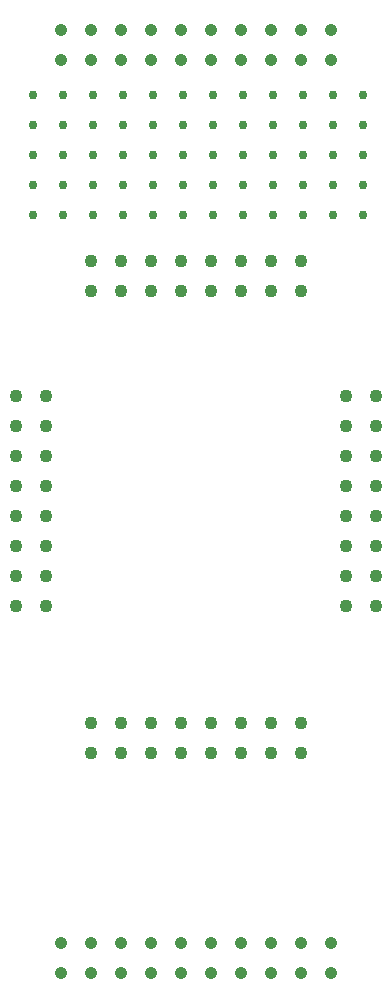
<source format=gbr>
%TF.GenerationSoftware,Altium Limited,Altium Designer,23.4.1 (23)*%
G04 Layer_Color=0*
%FSLAX45Y45*%
%MOMM*%
%TF.SameCoordinates,2443AD3D-16DC-45C5-9BCC-0FA72C26467A*%
%TF.FilePolarity,Positive*%
%TF.FileFunction,Plated,1,2,PTH,Drill*%
%TF.Part,Single*%
G01*
G75*
%TA.AperFunction,ComponentDrill*%
%ADD45C,1.10000*%
%TA.AperFunction,OtherDrill,Pad Free-17 (25.559mm,69.215mm)*%
%ADD46C,0.76200*%
%TA.AperFunction,OtherDrill,Pad Free-17 (23.019mm,69.215mm)*%
%ADD47C,0.76200*%
%TA.AperFunction,OtherDrill,Pad Free-17 (28.099mm,69.215mm)*%
%ADD48C,0.76200*%
%TA.AperFunction,OtherDrill,Pad Free-17 (30.639mm,69.215mm)*%
%ADD49C,0.76200*%
%TA.AperFunction,OtherDrill,Pad Free-17 (15.399mm,69.215mm)*%
%ADD50C,0.76200*%
%TA.AperFunction,OtherDrill,Pad Free-17 (17.939mm,69.215mm)*%
%ADD51C,0.76200*%
%TA.AperFunction,OtherDrill,Pad Free-17 (20.479mm,69.215mm)*%
%ADD52C,0.76200*%
%TA.AperFunction,OtherDrill,Pad Free-17 (12.859mm,69.215mm)*%
%ADD53C,0.76200*%
%TA.AperFunction,OtherDrill,Pad Free-17 (7.779mm,69.215mm)*%
%ADD54C,0.76200*%
%TA.AperFunction,OtherDrill,Pad Free-17 (5.239mm,69.215mm)*%
%ADD55C,0.76200*%
%TA.AperFunction,OtherDrill,Pad Free-17 (10.319mm,69.215mm)*%
%ADD56C,0.76200*%
%TA.AperFunction,OtherDrill,Pad Free-17 (2.699mm,69.215mm)*%
%ADD57C,0.76200*%
%TA.AperFunction,OtherDrill,Pad Free-17 (25.559mm,71.755mm)*%
%ADD58C,0.76200*%
%TA.AperFunction,OtherDrill,Pad Free-17 (23.019mm,71.755mm)*%
%ADD59C,0.76200*%
%TA.AperFunction,OtherDrill,Pad Free-17 (28.099mm,71.755mm)*%
%ADD60C,0.76200*%
%TA.AperFunction,OtherDrill,Pad Free-17 (30.639mm,71.755mm)*%
%ADD61C,0.76200*%
%TA.AperFunction,OtherDrill,Pad Free-17 (15.399mm,71.755mm)*%
%ADD62C,0.76200*%
%TA.AperFunction,OtherDrill,Pad Free-17 (17.939mm,71.755mm)*%
%ADD63C,0.76200*%
%TA.AperFunction,OtherDrill,Pad Free-17 (20.479mm,71.755mm)*%
%ADD64C,0.76200*%
%TA.AperFunction,OtherDrill,Pad Free-17 (12.859mm,71.755mm)*%
%ADD65C,0.76200*%
%TA.AperFunction,OtherDrill,Pad Free-17 (7.779mm,71.755mm)*%
%ADD66C,0.76200*%
%TA.AperFunction,OtherDrill,Pad Free-17 (5.239mm,71.755mm)*%
%ADD67C,0.76200*%
%TA.AperFunction,OtherDrill,Pad Free-17 (10.319mm,71.755mm)*%
%ADD68C,0.76200*%
%TA.AperFunction,OtherDrill,Pad Free-17 (2.699mm,71.755mm)*%
%ADD69C,0.76200*%
%TA.AperFunction,ComponentDrill*%
%ADD70C,1.10000*%
%TA.AperFunction,OtherDrill,Pad Free-17 (2.699mm,74.295mm)*%
%ADD71C,0.76200*%
%TA.AperFunction,OtherDrill,Pad Free-17 (10.319mm,74.295mm)*%
%ADD72C,0.76200*%
%TA.AperFunction,OtherDrill,Pad Free-17 (5.239mm,74.295mm)*%
%ADD73C,0.76200*%
%TA.AperFunction,OtherDrill,Pad Free-17 (7.779mm,74.295mm)*%
%ADD74C,0.76200*%
%TA.AperFunction,OtherDrill,Pad Free-17 (12.859mm,74.295mm)*%
%ADD75C,0.76200*%
%TA.AperFunction,OtherDrill,Pad Free-17 (20.479mm,74.295mm)*%
%ADD76C,0.76200*%
%TA.AperFunction,OtherDrill,Pad Free-17 (17.939mm,74.295mm)*%
%ADD77C,0.76200*%
%TA.AperFunction,OtherDrill,Pad Free-17 (15.399mm,74.295mm)*%
%ADD78C,0.76200*%
%TA.AperFunction,OtherDrill,Pad Free-17 (30.639mm,74.295mm)*%
%ADD79C,0.76200*%
%TA.AperFunction,OtherDrill,Pad Free-17 (28.099mm,74.295mm)*%
%ADD80C,0.76200*%
%TA.AperFunction,OtherDrill,Pad Free-17 (23.019mm,74.295mm)*%
%ADD81C,0.76200*%
%TA.AperFunction,OtherDrill,Pad Free-17 (25.559mm,74.295mm)*%
%ADD82C,0.76200*%
%TA.AperFunction,OtherDrill,Pad Free-17 (23.019mm,79.375mm)*%
%ADD83C,0.76200*%
%TA.AperFunction,OtherDrill,Pad Free-17 (23.019mm,76.835mm)*%
%ADD84C,0.76200*%
%TA.AperFunction,OtherDrill,Pad Free-17 (25.559mm,76.835mm)*%
%ADD85C,0.76200*%
%TA.AperFunction,OtherDrill,Pad Free-17 (25.559mm,79.375mm)*%
%ADD86C,0.76200*%
%TA.AperFunction,OtherDrill,Pad Free-17 (30.639mm,79.375mm)*%
%ADD87C,0.76200*%
%TA.AperFunction,OtherDrill,Pad Free-17 (30.639mm,76.835mm)*%
%ADD88C,0.76200*%
%TA.AperFunction,OtherDrill,Pad Free-17 (28.099mm,76.835mm)*%
%ADD89C,0.76200*%
%TA.AperFunction,OtherDrill,Pad Free-17 (28.099mm,79.375mm)*%
%ADD90C,0.76200*%
%TA.AperFunction,OtherDrill,Pad Free-17 (12.859mm,79.375mm)*%
%ADD91C,0.76200*%
%TA.AperFunction,OtherDrill,Pad Free-17 (12.859mm,76.835mm)*%
%ADD92C,0.76200*%
%TA.AperFunction,OtherDrill,Pad Free-17 (15.399mm,76.835mm)*%
%ADD93C,0.76200*%
%TA.AperFunction,OtherDrill,Pad Free-17 (15.399mm,79.375mm)*%
%ADD94C,0.76200*%
%TA.AperFunction,OtherDrill,Pad Free-17 (20.479mm,79.375mm)*%
%ADD95C,0.76200*%
%TA.AperFunction,OtherDrill,Pad Free-17 (20.479mm,76.835mm)*%
%ADD96C,0.76200*%
%TA.AperFunction,OtherDrill,Pad Free-17 (17.939mm,76.835mm)*%
%ADD97C,0.76200*%
%TA.AperFunction,OtherDrill,Pad Free-17 (17.939mm,79.375mm)*%
%ADD98C,0.76200*%
%TA.AperFunction,OtherDrill,Pad Free-17 (7.779mm,79.375mm)*%
%ADD99C,0.76200*%
%TA.AperFunction,OtherDrill,Pad Free-17 (7.779mm,76.835mm)*%
%ADD100C,0.76200*%
%TA.AperFunction,OtherDrill,Pad Free-17 (10.319mm,76.835mm)*%
%ADD101C,0.76200*%
%TA.AperFunction,OtherDrill,Pad Free-17 (10.319mm,79.375mm)*%
%ADD102C,0.76200*%
%TA.AperFunction,OtherDrill,Pad Free-17 (5.239mm,79.375mm)*%
%ADD103C,0.76200*%
%TA.AperFunction,OtherDrill,Pad Free-17 (5.239mm,76.835mm)*%
%ADD104C,0.76200*%
%TA.AperFunction,OtherDrill,Pad Free-17 (2.699mm,76.835mm)*%
%ADD105C,0.76200*%
%TA.AperFunction,OtherDrill,Pad Free-17 (2.699mm,79.375mm)*%
%ADD106C,0.76200*%
%TA.AperFunction,ComponentDrill*%
%ADD107C,1.04000*%
D45*
X761000Y2368000D02*
D03*
Y2622000D02*
D03*
X1015000Y2368000D02*
D03*
Y2622000D02*
D03*
X1269000Y2368000D02*
D03*
Y2622000D02*
D03*
X1523000Y2368000D02*
D03*
Y2622000D02*
D03*
X1777000Y2368000D02*
D03*
Y2622000D02*
D03*
X2031000Y2368000D02*
D03*
Y2622000D02*
D03*
X2285000Y2368000D02*
D03*
Y2622000D02*
D03*
X2539000Y2368000D02*
D03*
Y2622000D02*
D03*
Y6532000D02*
D03*
Y6278000D02*
D03*
X2285000Y6532000D02*
D03*
Y6278000D02*
D03*
X2031000Y6532000D02*
D03*
Y6278000D02*
D03*
X1777000Y6532000D02*
D03*
Y6278000D02*
D03*
X1523000Y6532000D02*
D03*
Y6278000D02*
D03*
X1269000Y6532000D02*
D03*
Y6278000D02*
D03*
X1015000Y6532000D02*
D03*
Y6278000D02*
D03*
X761000Y6532000D02*
D03*
Y6278000D02*
D03*
D46*
X2555875Y6921500D02*
D03*
D47*
X2301875D02*
D03*
D48*
X2809875D02*
D03*
D49*
X3063875D02*
D03*
D50*
X1539875D02*
D03*
D51*
X1793875D02*
D03*
D52*
X2047875D02*
D03*
D53*
X1285875D02*
D03*
D54*
X777875D02*
D03*
D55*
X523875D02*
D03*
D56*
X1031875D02*
D03*
D57*
X269875D02*
D03*
D58*
X2555875Y7175500D02*
D03*
D59*
X2301875D02*
D03*
D60*
X2809875D02*
D03*
D61*
X3063875D02*
D03*
D62*
X1539875D02*
D03*
D63*
X1793875D02*
D03*
D64*
X2047875D02*
D03*
D65*
X1285875D02*
D03*
D66*
X777875D02*
D03*
D67*
X523875D02*
D03*
D68*
X1031875D02*
D03*
D69*
X269875D02*
D03*
D70*
X127000Y5389000D02*
D03*
X381000D02*
D03*
X127000Y5135000D02*
D03*
X381000D02*
D03*
X127000Y4881000D02*
D03*
X381000D02*
D03*
X127000Y4627000D02*
D03*
X381000D02*
D03*
X127000Y4373000D02*
D03*
X381000D02*
D03*
X127000Y4119000D02*
D03*
X381000D02*
D03*
X127000Y3865000D02*
D03*
X381000D02*
D03*
X127000Y3611000D02*
D03*
X381000D02*
D03*
X3173000D02*
D03*
X2919000D02*
D03*
X3173000Y3865000D02*
D03*
X2919000D02*
D03*
X3173000Y4119000D02*
D03*
X2919000D02*
D03*
X3173000Y4373000D02*
D03*
X2919000D02*
D03*
X3173000Y4627000D02*
D03*
X2919000D02*
D03*
X3173000Y4881000D02*
D03*
X2919000D02*
D03*
X3173000Y5135000D02*
D03*
X2919000D02*
D03*
X3173000Y5389000D02*
D03*
X2919000D02*
D03*
D71*
X269875Y7429500D02*
D03*
D72*
X1031875D02*
D03*
D73*
X523875D02*
D03*
D74*
X777875D02*
D03*
D75*
X1285875D02*
D03*
D76*
X2047875D02*
D03*
D77*
X1793875D02*
D03*
D78*
X1539875D02*
D03*
D79*
X3063875D02*
D03*
D80*
X2809875D02*
D03*
D81*
X2301875D02*
D03*
D82*
X2555875D02*
D03*
D83*
X2301875Y7937500D02*
D03*
D84*
Y7683500D02*
D03*
D85*
X2555875D02*
D03*
D86*
Y7937500D02*
D03*
D87*
X3063875D02*
D03*
D88*
Y7683500D02*
D03*
D89*
X2809875D02*
D03*
D90*
Y7937500D02*
D03*
D91*
X1285875D02*
D03*
D92*
Y7683500D02*
D03*
D93*
X1539875D02*
D03*
D94*
Y7937500D02*
D03*
D95*
X2047875D02*
D03*
D96*
Y7683500D02*
D03*
D97*
X1793875D02*
D03*
D98*
Y7937500D02*
D03*
D99*
X777875D02*
D03*
D100*
Y7683500D02*
D03*
D101*
X1031875D02*
D03*
D102*
Y7937500D02*
D03*
D103*
X523875D02*
D03*
D104*
Y7683500D02*
D03*
D105*
X269875D02*
D03*
D106*
Y7937500D02*
D03*
D107*
X508000Y8238000D02*
D03*
Y8492000D02*
D03*
X762000Y8238000D02*
D03*
Y8492000D02*
D03*
X1016000Y8238000D02*
D03*
Y8492000D02*
D03*
X1270000Y8238000D02*
D03*
Y8492000D02*
D03*
X1524000Y8238000D02*
D03*
Y8492000D02*
D03*
X1778000Y8238000D02*
D03*
Y8492000D02*
D03*
X2032000Y8238000D02*
D03*
Y8492000D02*
D03*
X2286000Y8238000D02*
D03*
Y8492000D02*
D03*
X2540000Y8238000D02*
D03*
Y8492000D02*
D03*
X2794000Y8238000D02*
D03*
Y8492000D02*
D03*
X508000Y508000D02*
D03*
Y762000D02*
D03*
X762000Y508000D02*
D03*
Y762000D02*
D03*
X1016000Y508000D02*
D03*
Y762000D02*
D03*
X1270000Y508000D02*
D03*
Y762000D02*
D03*
X1524000Y508000D02*
D03*
Y762000D02*
D03*
X1778000Y508000D02*
D03*
Y762000D02*
D03*
X2032000Y508000D02*
D03*
Y762000D02*
D03*
X2286000Y508000D02*
D03*
Y762000D02*
D03*
X2540000Y508000D02*
D03*
Y762000D02*
D03*
X2794000Y508000D02*
D03*
Y762000D02*
D03*
%TF.MD5,90ac85d495032d5e30aa26281b95e390*%
M02*

</source>
